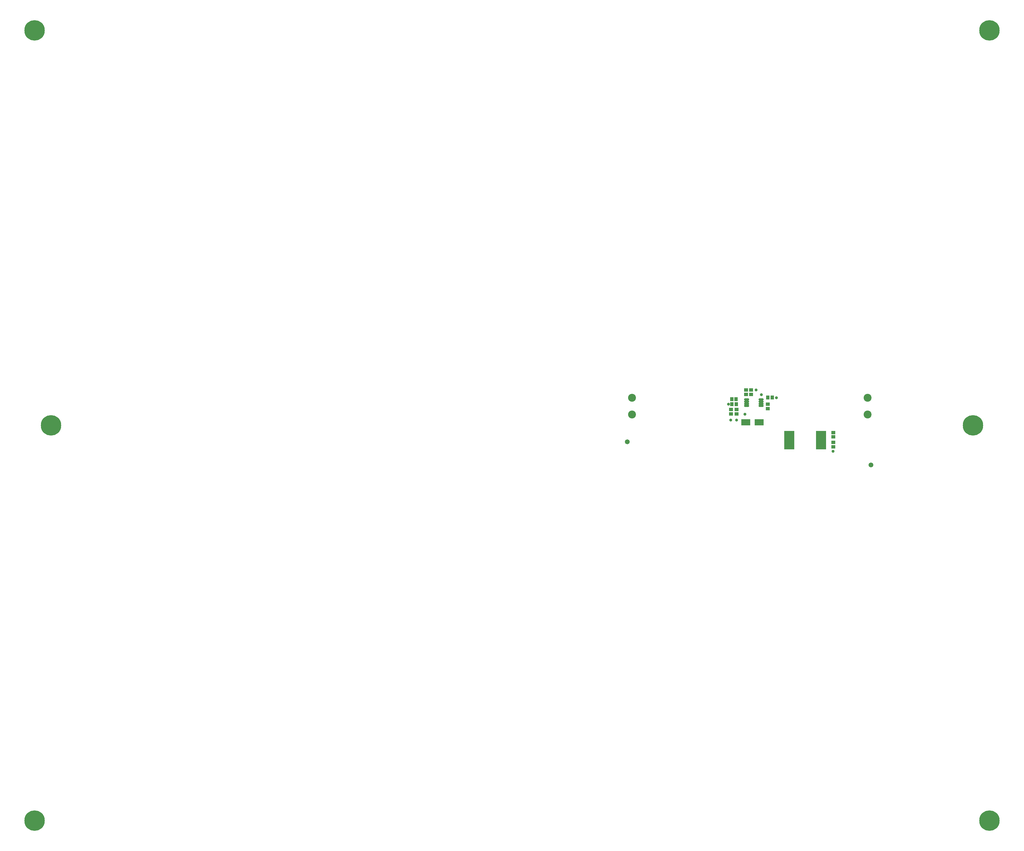
<source format=gts>
%TF.GenerationSoftware,Altium Limited,Altium Designer,23.5.1 (21)*%
G04 Layer_Color=8388736*
%FSLAX45Y45*%
%MOMM*%
%TF.SameCoordinates,74384F3D-0C1E-41C6-A235-0F95AA707A09*%
%TF.FilePolarity,Negative*%
%TF.FileFunction,Soldermask,Top*%
%TF.Part,Single*%
G01*
G75*
%TA.AperFunction,SMDPad,CuDef*%
%ADD32O,1.55320X0.70320*%
%ADD33R,1.05320X1.15320*%
%ADD34R,2.70320X1.90320*%
%ADD35R,1.20320X1.10320*%
%ADD36R,3.10320X5.60320*%
%ADD37R,1.10320X1.20320*%
%ADD38R,1.15320X1.05320*%
%TA.AperFunction,ViaPad*%
%ADD39C,6.20320*%
%TA.AperFunction,ComponentPad*%
%ADD40C,2.40320*%
%TA.AperFunction,ViaPad*%
%ADD41C,1.47320*%
%ADD42C,0.90320*%
D32*
X22567500Y13092500D02*
D03*
Y13157500D02*
D03*
Y13222501D02*
D03*
Y13287500D02*
D03*
X22122501Y13092500D02*
D03*
Y13157500D02*
D03*
Y13222501D02*
D03*
Y13287500D02*
D03*
D33*
X22770000Y13349998D02*
D03*
X22900000D02*
D03*
X21675000Y13299998D02*
D03*
X21805000D02*
D03*
D34*
X22100000Y12600000D02*
D03*
X22500000D02*
D03*
D35*
X24755000Y11987499D02*
D03*
Y11852499D02*
D03*
X22770000Y13010001D02*
D03*
Y13145000D02*
D03*
X21645000Y12987500D02*
D03*
Y12852499D02*
D03*
X21814999Y12987498D02*
D03*
Y12852499D02*
D03*
D36*
X24385001Y12050000D02*
D03*
X23414999D02*
D03*
D37*
X21677499Y13149998D02*
D03*
X21812500D02*
D03*
D38*
X22105000Y13574998D02*
D03*
Y13445000D02*
D03*
X24755000Y12284999D02*
D03*
Y12154999D02*
D03*
X22255000Y13445000D02*
D03*
Y13575000D02*
D03*
D39*
X500000Y24500000D02*
D03*
X1000000Y12500000D02*
D03*
X29000000D02*
D03*
X500000Y500000D02*
D03*
X29500000D02*
D03*
Y24500000D02*
D03*
D40*
X18645000Y12831999D02*
D03*
Y13339999D02*
D03*
X25795001Y12831999D02*
D03*
Y13339999D02*
D03*
D41*
X25900000Y11300000D02*
D03*
X18500000Y12000000D02*
D03*
D42*
X24748988Y11712084D02*
D03*
X22070000Y12839999D02*
D03*
X22568126Y13438148D02*
D03*
X23030000Y13339999D02*
D03*
X22412701Y13575816D02*
D03*
X21570000Y13150000D02*
D03*
X21820000Y12660000D02*
D03*
X21639999D02*
D03*
%TF.MD5,1d1fc0173e6283602d5987b83c3fc32d*%
M02*

</source>
